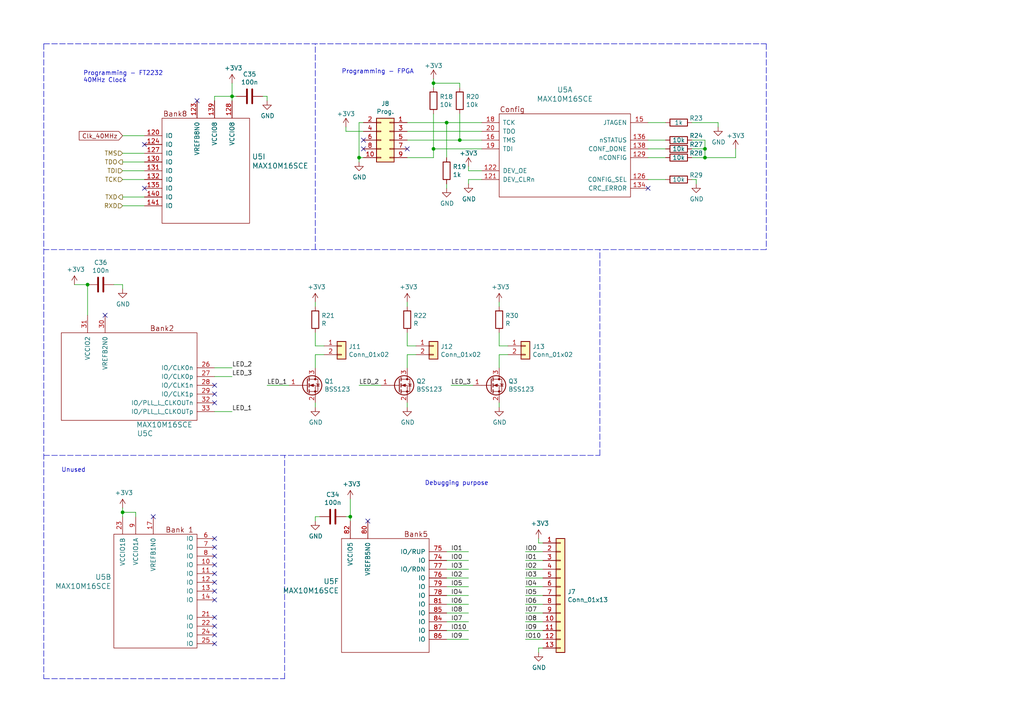
<source format=kicad_sch>
(kicad_sch (version 20250114) (generator "eeschema") (generator_version "9.0")
  (paper "A4")
  (title_block (date "2025-02-17") (company "(c) 2025 ETH Zurich, Y. Acremann") (comment 1 "License: GNU public license v. 3.0"))
  (lib_symbols
    (symbol "Connector_Generic:Conn_01x02" (pin_names (offset 1.016) (hide yes))
      (property "Reference" "J" (at 0 2.54 0))
      (property "Value" "Connector_Generic_Conn_01x02" (at 0 -5.08 0))
      (symbol "Conn_01x02_1_1"
        (rectangle (start -1.27 1.27) (end 1.27 -3.81) (stroke (width 0.254)) (fill (type background)))
        (rectangle (start -1.27 0.127) (end 0 -0.127) (stroke (width 0.1524)))
        (rectangle (start -1.27 -2.413) (end 0 -2.667) (stroke (width 0.1524)))
        (pin passive line (at -5.08 0 0) (length 3.81) (name "Pin_1") (number "1"))
        (pin passive line (at -5.08 -2.54 0) (length 3.81) (name "Pin_2") (number "2"))
      )
    )
    (symbol "Connector_Generic:Conn_01x13" (pin_names (offset 1.016) (hide yes))
      (property "Reference" "J" (at 0 17.78 0))
      (property "Value" "Connector_Generic_Conn_01x13" (at 0 -17.78 0))
      (symbol "Conn_01x13_1_1"
        (rectangle (start -1.27 16.51) (end 1.27 -16.51) (stroke (width 0.254)) (fill (type background)))
        (rectangle (start -1.27 15.367) (end 0 15.113) (stroke (width 0.1524)))
        (rectangle (start -1.27 12.827) (end 0 12.573) (stroke (width 0.1524)))
        (rectangle (start -1.27 10.287) (end 0 10.033) (stroke (width 0.1524)))
        (rectangle (start -1.27 7.747) (end 0 7.493) (stroke (width 0.1524)))
        (rectangle (start -1.27 5.207) (end 0 4.953) (stroke (width 0.1524)))
        (rectangle (start -1.27 2.667) (end 0 2.413) (stroke (width 0.1524)))
        (rectangle (start -1.27 0.127) (end 0 -0.127) (stroke (width 0.1524)))
        (rectangle (start -1.27 -2.413) (end 0 -2.667) (stroke (width 0.1524)))
        (rectangle (start -1.27 -4.953) (end 0 -5.207) (stroke (width 0.1524)))
        (rectangle (start -1.27 -7.493) (end 0 -7.747) (stroke (width 0.1524)))
        (rectangle (start -1.27 -10.033) (end 0 -10.287) (stroke (width 0.1524)))
        (rectangle (start -1.27 -12.573) (end 0 -12.827) (stroke (width 0.1524)))
        (rectangle (start -1.27 -15.113) (end 0 -15.367) (stroke (width 0.1524)))
        (pin passive line (at -5.08 15.24 0) (length 3.81) (name "Pin_1") (number "1"))
        (pin passive line (at -5.08 12.7 0) (length 3.81) (name "Pin_2") (number "2"))
        (pin passive line (at -5.08 10.16 0) (length 3.81) (name "Pin_3") (number "3"))
        (pin passive line (at -5.08 7.62 0) (length 3.81) (name "Pin_4") (number "4"))
        (pin passive line (at -5.08 5.08 0) (length 3.81) (name "Pin_5") (number "5"))
        (pin passive line (at -5.08 2.54 0) (length 3.81) (name "Pin_6") (number "6"))
        (pin passive line (at -5.08 0 0) (length 3.81) (name "Pin_7") (number "7"))
        (pin passive line (at -5.08 -2.54 0) (length 3.81) (name "Pin_8") (number "8"))
        (pin passive line (at -5.08 -5.08 0) (length 3.81) (name "Pin_9") (number "9"))
        (pin passive line (at -5.08 -7.62 0) (length 3.81) (name "Pin_10") (number "10"))
        (pin passive line (at -5.08 -10.16 0) (length 3.81) (name "Pin_11") (number "11"))
        (pin passive line (at -5.08 -12.7 0) (length 3.81) (name "Pin_12") (number "12"))
        (pin passive line (at -5.08 -15.24 0) (length 3.81) (name "Pin_13") (number "13"))
      )
    )
    (symbol "Connector_Generic:Conn_02x05_Odd_Even" (pin_names (offset 1.016) (hide yes))
      (property "Reference" "J" (at 1.27 7.62 0))
      (property "Value" "Connector_Generic_Conn_02x05_Odd_Even" (at 1.27 -7.62 0))
      (symbol "Conn_02x05_Odd_Even_1_1"
        (rectangle (start -1.27 6.35) (end 3.81 -6.35) (stroke (width 0.254)) (fill (type background)))
        (rectangle (start -1.27 5.207) (end 0 4.953) (stroke (width 0.1524)))
        (rectangle (start -1.27 2.667) (end 0 2.413) (stroke (width 0.1524)))
        (rectangle (start -1.27 0.127) (end 0 -0.127) (stroke (width 0.1524)))
        (rectangle (start -1.27 -2.413) (end 0 -2.667) (stroke (width 0.1524)))
        (rectangle (start -1.27 -4.953) (end 0 -5.207) (stroke (width 0.1524)))
        (rectangle (start 3.81 5.207) (end 2.54 4.953) (stroke (width 0.1524)))
        (rectangle (start 3.81 2.667) (end 2.54 2.413) (stroke (width 0.1524)))
        (rectangle (start 3.81 0.127) (end 2.54 -0.127) (stroke (width 0.1524)))
        (rectangle (start 3.81 -2.413) (end 2.54 -2.667) (stroke (width 0.1524)))
        (rectangle (start 3.81 -4.953) (end 2.54 -5.207) (stroke (width 0.1524)))
        (pin passive line (at -5.08 5.08 0) (length 3.81) (name "Pin_1") (number "1"))
        (pin passive line (at -5.08 2.54 0) (length 3.81) (name "Pin_3") (number "3"))
        (pin passive line (at -5.08 0 0) (length 3.81) (name "Pin_5") (number "5"))
        (pin passive line (at -5.08 -2.54 0) (length 3.81) (name "Pin_7") (number "7"))
        (pin passive line (at -5.08 -5.08 0) (length 3.81) (name "Pin_9") (number "9"))
        (pin passive line (at 7.62 5.08 180) (length 3.81) (name "Pin_2") (number "2"))
        (pin passive line (at 7.62 2.54 180) (length 3.81) (name "Pin_4") (number "4"))
        (pin passive line (at 7.62 0 180) (length 3.81) (name "Pin_6") (number "6"))
        (pin passive line (at 7.62 -2.54 180) (length 3.81) (name "Pin_8") (number "8"))
        (pin passive line (at 7.62 -5.08 180) (length 3.81) (name "Pin_10") (number "10"))
      )
    )
    (symbol "Device:C" (pin_numbers (hide yes)) (pin_names (offset 0.254))
      (property "Reference" "C" (at 0.635 2.54 0))
      (property "Value" "Device_C" (at 0.635 -2.54 0))
      (symbol "C_0_1"
        (polyline (pts (xy -2.032 0.762) (xy 2.032 0.762)) (stroke (width 0.508)))
        (polyline (pts (xy -2.032 -0.762) (xy 2.032 -0.762)) (stroke (width 0.508)))
      )
      (symbol "C_1_1"
        (pin passive line (at 0 3.81 270) (length 2.794) (name "~") (number "1"))
        (pin passive line (at 0 -3.81 90) (length 2.794) (name "~") (number "2"))
      )
    )
    (symbol "Device:R" (pin_numbers (hide yes)) (pin_names (offset 0))
      (property "Reference" "R" (at 2.032 0 90))
      (property "Value" "Device_R" (at 0 0 90))
      (symbol "R_0_1"
        (rectangle (start -1.016 -2.54) (end 1.016 2.54) (stroke (width 0.254)))
      )
      (symbol "R_1_1"
        (pin passive line (at 0 3.81 270) (length 1.27) (name "~") (number "1"))
        (pin passive line (at 0 -3.81 90) (length 1.27) (name "~") (number "2"))
      )
    )
    (symbol "Intel_Max10:MAX10M16SCE" (pin_names (offset 1.016))
      (property "Reference" "U" (at 0 0 0))
      (property "Value" "MAX10M16SCE" (at -1.27 2.54 0))
      (symbol "MAX10M16SCE_1_0"
        (rectangle (start -16.51 8.89) (end 21.59 -15.24))
        (text "Config" (at -12.7 10.16 0) (effects (font (size 1.4986 1.4986))))
      )
      (symbol "MAX10M16SCE_1_1"
        (pin input line (at -21.59 6.35 0) (length 5.08) (name "TCK") (number "18"))
        (pin output line (at -21.59 3.81 0) (length 5.08) (name "TDO") (number "20"))
        (pin input line (at -21.59 1.27 0) (length 5.08) (name "TMS") (number "16"))
        (pin input line (at -21.59 -1.27 0) (length 5.08) (name "TDI") (number "19"))
        (pin input line (at -21.59 -7.62 0) (length 5.08) (name "DEV_OE") (number "122"))
        (pin input line (at -21.59 -10.16 0) (length 5.08) (name "DEV_CLRn") (number "121"))
        (pin bidirectional line (at 26.67 6.35 180) (length 5.08) (name "JTAGEN") (number "15"))
        (pin tri_state line (at 26.67 1.27 180) (length 5.08) (name "nSTATUS") (number "136"))
        (pin tri_state line (at 26.67 -1.27 180) (length 5.08) (name "CONF_DONE") (number "138"))
        (pin tri_state line (at 26.67 -3.81 180) (length 5.08) (name "nCONFIG") (number "129"))
        (pin input line (at 26.67 -10.16 180) (length 5.08) (name "CONFIG_SEL") (number "126"))
        (pin bidirectional line (at 26.67 -12.7 180) (length 5.08) (name "CRC_ERROR") (number "134"))
      )
      (symbol "MAX10M16SCE_2_0"
        (text "Bank 1" (at 6.35 21.59 0) (effects (font (size 1.4986 1.4986))))
      )
      (symbol "MAX10M16SCE_2_1"
        (rectangle (start -12.7 20.32) (end 11.43 -12.7))
        (pin power_in line (at -10.16 25.4 270) (length 5.08) (name "VCCIO1B") (number "23"))
        (pin power_in line (at -6.35 25.4 270) (length 5.08) (name "VCCIO1A") (number "9"))
        (pin passive line (at -1.27 25.4 270) (length 5.08) (name "VREFB1N0") (number "17"))
        (pin bidirectional line (at 16.51 19.05 180) (length 5.08) (name "IO") (number "6"))
        (pin bidirectional line (at 16.51 16.51 180) (length 5.08) (name "IO") (number "7"))
        (pin bidirectional line (at 16.51 13.97 180) (length 5.08) (name "IO") (number "8"))
        (pin bidirectional line (at 16.51 11.43 180) (length 5.08) (name "IO") (number "10"))
        (pin bidirectional line (at 16.51 8.89 180) (length 5.08) (name "IO") (number "11"))
        (pin bidirectional line (at 16.51 6.35 180) (length 5.08) (name "IO") (number "12"))
        (pin bidirectional line (at 16.51 3.81 180) (length 5.08) (name "IO") (number "13"))
        (pin bidirectional line (at 16.51 1.27 180) (length 5.08) (name "IO") (number "14"))
        (pin bidirectional line (at 16.51 -3.81 180) (length 5.08) (name "IO") (number "21"))
        (pin bidirectional line (at 16.51 -6.35 180) (length 5.08) (name "IO") (number "22"))
        (pin bidirectional line (at 16.51 -8.89 180) (length 5.08) (name "IO") (number "24"))
        (pin bidirectional line (at 16.51 -11.43 180) (length 5.08) (name "IO") (number "25"))
      )
      (symbol "MAX10M16SCE_3_0"
        (rectangle (start -11.43 16.51) (end 27.94 -8.89))
        (text "Bank2" (at 17.78 17.78 0) (effects (font (size 1.4986 1.4986))))
      )
      (symbol "MAX10M16SCE_3_1"
        (pin power_in line (at -3.81 21.59 270) (length 5.08) (name "VCCIO2") (number "31"))
        (pin passive line (at 1.27 21.59 270) (length 5.08) (name "VREFB2N0") (number "30"))
        (pin bidirectional line (at 33.02 6.35 180) (length 5.08) (name "IO/CLK0n") (number "26"))
        (pin bidirectional line (at 33.02 3.81 180) (length 5.08) (name "IO/CLK0p") (number "27"))
        (pin bidirectional line (at 33.02 1.27 180) (length 5.08) (name "IO/CLK1n") (number "28"))
        (pin bidirectional line (at 33.02 -1.27 180) (length 5.08) (name "IO/CLK1p") (number "29"))
        (pin bidirectional line (at 33.02 -3.81 180) (length 5.08) (name "IO/PLL_L_CLKOUTn") (number "32"))
        (pin bidirectional line (at 33.02 -6.35 180) (length 5.08) (name "IO/PLL_L_CLKOUTp") (number "33"))
      )
      (symbol "MAX10M16SCE_4_0"
        (rectangle (start -12.7 17.78) (end 12.7 -27.94))
        (text "Bank3" (at 7.62 19.05 0) (effects (font (size 1.4986 1.4986))))
      )
      (symbol "MAX10M16SCE_4_1"
        (pin power_in line (at -7.62 22.86 270) (length 5.08) (name "VCCIO3") (number "49"))
        (pin power_in line (at -5.08 22.86 270) (length 5.08) (name "VCCIO3") (number "40"))
        (pin passive line (at 2.54 22.86 270) (length 5.08) (name "VREFN3N0") (number "48"))
        (pin bidirectional line (at 17.78 15.24 180) (length 5.08) (name "IO") (number "38"))
        (pin bidirectional line (at 17.78 12.7 180) (length 5.08) (name "IO") (number "39"))
        (pin bidirectional line (at 17.78 10.16 180) (length 5.08) (name "IO") (number "41"))
        (pin bidirectional line (at 17.78 7.62 180) (length 5.08) (name "IO") (number "43"))
        (pin bidirectional line (at 17.78 5.08 180) (length 5.08) (name "IO") (number "44"))
        (pin bidirectional line (at 17.78 2.54 180) (length 5.08) (name "IO") (number "45"))
        (pin bidirectional line (at 17.78 0 180) (length 5.08) (name "IO") (number "46"))
        (pin bidirectional line (at 17.78 -2.54 180) (length 5.08) (name "IO") (number "47"))
        (pin bidirectional line (at 17.78 -5.08 180) (length 5.08) (name "IO") (number "50"))
        (pin bidirectional line (at 17.78 -7.62 180) (length 5.08) (name "IO") (number "52"))
        (pin bidirectional line (at 17.78 -10.16 180) (length 5.08) (name "IO") (number "54"))
        (pin bidirectional line (at 17.78 -12.7 180) (length 5.08) (name "IO/CLK6n") (number "55"))
        (pin bidirectional line (at 17.78 -15.24 180) (length 5.08) (name "IO/CLK6p") (number "56"))
        (pin bidirectional line (at 17.78 -17.78 180) (length 5.08) (name "IO/CLK7n") (number "57"))
        (pin bidirectional line (at 17.78 -20.32 180) (length 5.08) (name "IO/CLK7p") (number "58"))
        (pin bidirectional line (at 17.78 -22.86 180) (length 5.08) (name "IO") (number "59"))
        (pin bidirectional line (at 17.78 -25.4 180) (length 5.08) (name "IO") (number "60"))
      )
      (symbol "MAX10M16SCE_5_0"
        (rectangle (start -10.16 16.51) (end 13.97 -2.54))
        (text "Bank4" (at 8.89 17.78 0) (effects (font (size 1.4986 1.4986))))
      )
      (symbol "MAX10M16SCE_5_1"
        (pin power_in line (at -2.54 21.59 270) (length 5.08) (name "VCCIO4") (number "67"))
        (pin passive line (at 3.81 21.59 270) (length 5.08) (name "VREFB4N0") (number "61"))
        (pin bidirectional line (at 19.05 13.97 180) (length 5.08) (name "IO") (number "62"))
        (pin bidirectional line (at 19.05 11.43 180) (length 5.08) (name "IO") (number "64"))
        (pin bidirectional line (at 19.05 8.89 180) (length 5.08) (name "IO") (number "65"))
        (pin bidirectional line (at 19.05 6.35 180) (length 5.08) (name "IO") (number "66"))
        (pin bidirectional line (at 19.05 3.81 180) (length 5.08) (name "IO") (number "69"))
        (pin bidirectional line (at 19.05 1.27 180) (length 5.08) (name "IO") (number "70"))
      )
      (symbol "MAX10M16SCE_6_0"
        (rectangle (start -13.97 19.05) (end 11.43 -13.97))
        (text "Bank5" (at 7.62 20.32 0) (effects (font (size 1.4986 1.4986))))
      )
      (symbol "MAX10M16SCE_6_1"
        (pin power_in line (at -11.43 24.13 270) (length 5.08) (name "VCCIO5") (number "82"))
        (pin passive line (at -6.35 24.13 270) (length 5.08) (name "VREFB5N0") (number "80"))
        (pin bidirectional line (at 16.51 15.24 180) (length 5.08) (name "IO/RUP") (number "75"))
        (pin bidirectional line (at 16.51 12.7 180) (length 5.08) (name "IO") (number "74"))
        (pin bidirectional line (at 16.51 10.16 180) (length 5.08) (name "IO/RDN") (number "77"))
        (pin bidirectional line (at 16.51 7.62 180) (length 5.08) (name "IO") (number "76"))
        (pin bidirectional line (at 16.51 5.08 180) (length 5.08) (name "IO") (number "79"))
        (pin bidirectional line (at 16.51 2.54 180) (length 5.08) (name "IO") (number "78"))
        (pin bidirectional line (at 16.51 0 180) (length 5.08) (name "IO") (number "81"))
        (pin bidirectional line (at 16.51 -2.54 180) (length 5.08) (name "IO") (number "85"))
        (pin bidirectional line (at 16.51 -5.08 180) (length 5.08) (name "IO") (number "84"))
        (pin bidirectional line (at 16.51 -7.62 180) (length 5.08) (name "IO") (number "87"))
        (pin bidirectional line (at 16.51 -10.16 180) (length 5.08) (name "IO") (number "86"))
      )
      (symbol "MAX10M16SCE_7_0"
        (rectangle (start -11.43 22.86) (end 20.32 -15.24))
        (text "Bank6" (at 16.51 24.13 0) (effects (font (size 1.4986 1.4986))))
      )
      (symbol "MAX10M16SCE_7_1"
        (pin power_in line (at -5.08 27.94 270) (length 5.08) (name "VCCIO6") (number "94"))
        (pin power_in line (at -2.54 27.94 270) (length 5.08) (name "VCCIO6") (number "103"))
        (pin passive line (at 6.35 27.94 270) (length 5.08) (name "VREFB6N0") (number "97"))
        (pin bidirectional line (at 25.4 20.32 180) (length 5.08) (name "IO/CLK2p") (number "88"))
        (pin bidirectional line (at 25.4 17.78 180) (length 5.08) (name "IO/CLK2n") (number "89"))
        (pin bidirectional line (at 25.4 15.24 180) (length 5.08) (name "IO/CLK3p") (number "90"))
        (pin bidirectional line (at 25.4 12.7 180) (length 5.08) (name "IO/CLK3n") (number "91"))
        (pin bidirectional line (at 25.4 10.16 180) (length 5.08) (name "IO") (number "92"))
        (pin bidirectional line (at 25.4 7.62 180) (length 5.08) (name "IO") (number "93"))
        (pin bidirectional line (at 25.4 5.08 180) (length 5.08) (name "IO/DPCLK3") (number "96"))
        (pin bidirectional line (at 25.4 2.54 180) (length 5.08) (name "IO/DPCLK2") (number "98"))
        (pin bidirectional line (at 25.4 0 180) (length 5.08) (name "IO") (number "99"))
        (pin bidirectional line (at 25.4 -2.54 180) (length 5.08) (name "IO") (number "100"))
        (pin bidirectional line (at 25.4 -5.08 180) (length 5.08) (name "IO") (number "101"))
        (pin bidirectional line (at 25.4 -7.62 180) (length 5.08) (name "IO") (number "102"))
        (pin bidirectional line (at 25.4 -10.16 180) (length 5.08) (name "IO") (number "105"))
        (pin bidirectional line (at 25.4 -12.7 180) (length 5.08) (name "IO") (number "106"))
      )
      (symbol "MAX10M16SCE_8_0"
        (rectangle (start -11.43 16.51) (end 12.7 -8.89))
        (text "Bank7" (at 8.89 17.78 0) (effects (font (size 1.4986 1.4986))))
      )
      (symbol "MAX10M16SCE_8_1"
        (pin power_in line (at -2.54 21.59 270) (length 5.08) (name "VCCIO7") (number "117"))
        (pin passive line (at 3.81 21.59 270) (length 5.08) (name "VREFB7N0") (number "112"))
        (pin bidirectional line (at 17.78 6.35 180) (length 5.08) (name "IO") (number "110"))
        (pin bidirectional line (at 17.78 3.81 180) (length 5.08) (name "IO") (number "111"))
        (pin bidirectional line (at 17.78 1.27 180) (length 5.08) (name "IO") (number "113"))
        (pin bidirectional line (at 17.78 -1.27 180) (length 5.08) (name "IO") (number "114"))
        (pin bidirectional line (at 17.78 -3.81 180) (length 5.08) (name "IO") (number "118"))
        (pin bidirectional line (at 17.78 -6.35 180) (length 5.08) (name "IO") (number "119"))
      )
      (symbol "MAX10M16SCE_9_0"
        (rectangle (start -11.43 15.24) (end 13.97 -15.24))
        (text "Bank8" (at 10.16 16.51 0) (effects (font (size 1.4986 1.4986))))
      )
      (symbol "MAX10M16SCE_9_1"
        (pin power_in line (at -6.35 20.32 270) (length 5.08) (name "VCCIO8") (number "128"))
        (pin power_in line (at -1.27 20.32 270) (length 5.08) (name "VCCIO8") (number "139"))
        (pin passive line (at 3.81 20.32 270) (length 5.08) (name "VREFB8N0") (number "123"))
        (pin bidirectional line (at 19.05 10.16 180) (length 5.08) (name "IO") (number "120"))
        (pin bidirectional line (at 19.05 7.62 180) (length 5.08) (name "IO") (number "124"))
        (pin bidirectional line (at 19.05 5.08 180) (length 5.08) (name "IO") (number "127"))
        (pin bidirectional line (at 19.05 2.54 180) (length 5.08) (name "IO") (number "130"))
        (pin bidirectional line (at 19.05 0 180) (length 5.08) (name "IO") (number "131"))
        (pin bidirectional line (at 19.05 -2.54 180) (length 5.08) (name "IO") (number "132"))
        (pin bidirectional line (at 19.05 -5.08 180) (length 5.08) (name "IO") (number "135"))
        (pin bidirectional line (at 19.05 -7.62 180) (length 5.08) (name "IO") (number "140"))
        (pin bidirectional line (at 19.05 -10.16 180) (length 5.08) (name "IO") (number "141"))
      )
      (symbol "MAX10M16SCE_10_1"
        (rectangle (start -12.7 16.51) (end 50.8 -8.89))
        (pin power_in line (at -10.16 21.59 270) (length 5.08) (name "VCC_ONE") (number "73"))
        (pin power_in line (at -10.16 -13.97 90) (length 5.08) (name "GND") (number "3"))
        (pin power_in line (at -7.62 21.59 270) (length 5.08) (name "VCC_ONE") (number "72"))
        (pin power_in line (at -7.62 -13.97 90) (length 5.08) (name "GND") (number "4"))
        (pin power_in line (at -5.08 -13.97 90) (length 5.08) (name "GND") (number "95"))
        (pin power_in line (at -2.54 21.59 270) (length 5.08) (name "VCC_ONE") (number "51"))
        (pin power_in line (at -2.54 -13.97 90) (length 5.08) (name "GND") (number "83"))
        (pin power_in line (at 0 -13.97 90) (length 5.08) (name "GND") (number "68"))
        (pin power_in line (at 2.54 21.59 270) (length 5.08) (name "VCC_ONE") (number "37"))
        (pin power_in line (at 2.54 -13.97 90) (length 5.08) (name "GND") (number "63"))
        (pin power_in line (at 5.08 21.59 270) (length 5.08) (name "VCC_ONE") (number "36"))
        (pin power_in line (at 5.08 -13.97 90) (length 5.08) (name "GND") (number "53"))
        (pin power_in line (at 7.62 -13.97 90) (length 5.08) (name "GND") (number "42"))
        (pin power_in line (at 10.16 21.59 270) (length 5.08) (name "VCC_ONE") (number "144"))
        (pin power_in line (at 10.16 -13.97 90) (length 5.08) (name "GND") (number "142"))
        (pin power_in line (at 12.7 21.59 270) (length 5.08) (name "VCC_ONE") (number "115"))
        (pin power_in line (at 12.7 -13.97 90) (length 5.08) (name "GND") (number "137"))
        (pin power_in line (at 15.24 -13.97 90) (length 5.08) (name "GND") (number "133"))
        (pin power_in line (at 17.78 21.59 270) (length 5.08) (name "VCC_ONE") (number "109"))
        (pin power_in line (at 17.78 -13.97 90) (length 5.08) (name "GND") (number "125"))
        (pin power_in line (at 20.32 21.59 270) (length 5.08) (name "VCC_ONE") (number "108"))
        (pin power_in line (at 20.32 -13.97 90) (length 5.08) (name "GND") (number "116"))
        (pin power_in line (at 22.86 -13.97 90) (length 5.08) (name "GND") (number "104"))
        (pin power_in line (at 25.4 21.59 270) (length 5.08) (name "VCC_ONE") (number "1"))
        (pin power_in line (at 25.4 -13.97 90) (length 5.08) (name "PAD") (number "145"))
        (pin power_in line (at 30.48 21.59 270) (length 5.08) (name "VCCA1") (number "35"))
        (pin power_in line (at 33.02 21.59 270) (length 5.08) (name "VCCA2") (number "34"))
        (pin power_in line (at 36.83 21.59 270) (length 5.08) (name "VCCA3") (number "5"))
        (pin power_in line (at 39.37 21.59 270) (length 5.08) (name "VCCA3") (number "107"))
        (pin power_in line (at 43.18 21.59 270) (length 5.08) (name "VCCA4") (number "143"))
        (pin power_in line (at 45.72 21.59 270) (length 5.08) (name "VCCA5") (number "71"))
        (pin power_in line (at 48.26 21.59 270) (length 5.08) (name "VCCA6") (number "2"))
      )
    )
    (symbol "Transistor_FET:BSS123" (pin_names (hide yes))
      (property "Reference" "Q" (at 5.08 1.905 0))
      (property "Value" "Transistor_FET_BSS123" (at 5.08 0 0))
      (symbol "BSS123_0_1"
        (polyline (pts (xy 0.254 1.905) (xy 0.254 -1.905)) (stroke (width 0.254)))
        (polyline (pts (xy 0.254 0) (xy -2.54 0)))
        (polyline (pts (xy 0.762 2.286) (xy 0.762 1.27)) (stroke (width 0.254)))
        (polyline (pts (xy 0.762 0.508) (xy 0.762 -0.508)) (stroke (width 0.254)))
        (polyline (pts (xy 0.762 -1.27) (xy 0.762 -2.286)) (stroke (width 0.254)))
        (polyline (pts (xy 0.762 -1.778) (xy 3.302 -1.778) (xy 3.302 1.778) (xy 0.762 1.778)))
        (polyline (pts (xy 1.016 0) (xy 2.032 0.381) (xy 2.032 -0.381) (xy 1.016 0)) (fill (type outline)))
        (circle (center 1.651 0) (radius 2.794) (stroke (width 0.254)))
        (polyline (pts (xy 2.54 2.54) (xy 2.54 1.778)))
        (circle (center 2.54 1.778) (radius 0.254) (fill (type outline)))
        (circle (center 2.54 -1.778) (radius 0.254) (fill (type outline)))
        (polyline (pts (xy 2.54 -2.54) (xy 2.54 0) (xy 0.762 0)))
        (polyline (pts (xy 2.794 0.508) (xy 2.921 0.381) (xy 3.683 0.381) (xy 3.81 0.254)))
        (polyline (pts (xy 3.302 0.381) (xy 2.921 -0.254) (xy 3.683 -0.254) (xy 3.302 0.381)))
      )
      (symbol "BSS123_1_1"
        (pin input line (at -5.08 0 0) (length 2.54) (name "G") (number "1"))
        (pin passive line (at 2.54 5.08 270) (length 2.54) (name "D") (number "3"))
        (pin passive line (at 2.54 -5.08 90) (length 2.54) (name "S") (number "2"))
      )
    )
    (symbol "power:+3.3V" (power) (pin_names (offset 0))
      (property "Value" "power_+3.3V" (at 0 3.556 0))
      (symbol "+3.3V_0_1"
        (polyline (pts (xy -0.762 1.27) (xy 0 2.54)))
        (polyline (pts (xy 0 2.54) (xy 0.762 1.27)))
        (polyline (pts (xy 0 0) (xy 0 2.54)))
      )
      (symbol "+3.3V_1_1"
        (pin power_in line (at 0 0 90) (length 0) (hide yes) (name "+3V3") (number "1"))
      )
    )
    (symbol "power:GND" (power) (pin_names (offset 0))
      (property "Value" "power_GND" (at 0 -3.81 0))
      (symbol "GND_0_1"
        (polyline (pts (xy 0 0) (xy 0 -1.27) (xy 1.27 -1.27) (xy 0 -2.54) (xy -1.27 -1.27) (xy 0 -1.27)))
      )
      (symbol "GND_1_1"
        (pin power_in line (at 0 0 270) (length 0) (hide yes) (name "GND") (number "1"))
      )
    )
  )
  (text "Programming - FPGA\n" (at 99.06 21.59 0) (effects (font (size 1.27 1.27)) (justify left bottom)))
  (text "Unused\n" (at 17.78 137.16 0) (effects (font (size 1.27 1.27)) (justify left bottom)))
  (text "Debugging purpose" (at 123.19 140.97 0) (effects (font (size 1.27 1.27)) (justify left bottom)))
  (text "Programming - FT2232\n40MHz Clock\n" (at 24.13 24.13 0) (effects (font (size 1.27 1.27)) (justify left bottom)))
  (junction (at 204.47 43.18))
  (junction (at 67.31 27.94))
  (junction (at 129.54 35.56))
  (junction (at 125.73 43.18))
  (junction (at 204.47 45.72))
  (junction (at 35.56 148.59))
  (junction (at 133.35 40.64))
  (junction (at 104.14 45.72))
  (junction (at 101.6 149.86))
  (junction (at 25.4 82.55))
  (junction (at 125.73 24.13))
  (no_connect (at 62.23 173.99))
  (no_connect (at 30.48 91.44))
  (no_connect (at 62.23 161.29))
  (no_connect (at 41.91 41.91))
  (no_connect (at 105.41 40.64))
  (no_connect (at 118.11 43.18))
  (no_connect (at 105.41 43.18))
  (no_connect (at 106.68 151.13))
  (no_connect (at 41.91 54.61))
  (no_connect (at 62.23 111.76))
  (no_connect (at 57.15 29.21))
  (no_connect (at 62.23 179.07))
  (no_connect (at 62.23 114.3))
  (no_connect (at 62.23 171.45))
  (no_connect (at 62.23 116.84))
  (no_connect (at 62.23 156.21))
  (no_connect (at 62.23 158.75))
  (no_connect (at 62.23 186.69))
  (no_connect (at 62.23 166.37))
  (no_connect (at 62.23 163.83))
  (no_connect (at 62.23 184.15))
  (no_connect (at 62.23 181.61))
  (no_connect (at 62.23 168.91))
  (no_connect (at 44.45 149.86))
  (no_connect (at 187.96 54.61))
  (wire (pts (xy 187.96 43.18) (xy 193.04 43.18)))
  (wire (pts (xy 77.47 111.76) (xy 83.82 111.76)))
  (wire (pts (xy 157.48 187.96) (xy 156.21 187.96)))
  (wire (pts (xy 135.89 185.42) (xy 129.54 185.42)))
  (wire (pts (xy 157.48 177.8) (xy 152.4 177.8)))
  (wire (pts (xy 157.48 172.72) (xy 152.4 172.72)))
  (wire (pts (xy 133.35 40.64) (xy 139.7 40.64)))
  (wire (pts (xy 35.56 147.32) (xy 35.56 148.59)))
  (wire (pts (xy 129.54 182.88) (xy 135.89 182.88)))
  (wire (pts (xy 135.89 162.56) (xy 129.54 162.56)))
  (wire (pts (xy 91.44 96.52) (xy 91.44 100.33)))
  (wire (pts (xy 118.11 96.52) (xy 118.11 100.33)))
  (wire (pts (xy 35.56 82.55) (xy 35.56 83.82)))
  (wire (pts (xy 104.14 35.56) (xy 104.14 45.72)))
  (wire (pts (xy 118.11 35.56) (xy 129.54 35.56)))
  (wire (pts (xy 125.73 24.13) (xy 133.35 24.13)))
  (wire (pts (xy 62.23 109.22) (xy 67.31 109.22)))
  (wire (pts (xy 200.66 43.18) (xy 204.47 43.18)))
  (wire (pts (xy 144.78 100.33) (xy 147.32 100.33)))
  (wire (pts (xy 105.41 45.72) (xy 104.14 45.72)))
  (wire (pts (xy 156.21 157.48) (xy 157.48 157.48)))
  (wire (pts (xy 105.41 35.56) (xy 104.14 35.56)))
  (wire (pts (xy 135.89 172.72) (xy 129.54 172.72)))
  (wire (pts (xy 104.14 45.72) (xy 104.14 46.99)))
  (wire (pts (xy 120.65 100.33) (xy 118.11 100.33)))
  (wire (pts (xy 125.73 25.4) (xy 125.73 24.13)))
  (wire (pts (xy 152.4 175.26) (xy 157.48 175.26)))
  (wire (pts (xy 129.54 160.02) (xy 135.89 160.02)))
  (wire (pts (xy 92.71 149.86) (xy 91.44 149.86)))
  (polyline (pts (xy 12.7 12.7) (xy 222.25 12.7)) (stroke (width 0) (type dash)))
  (wire (pts (xy 200.66 52.07) (xy 201.93 52.07)))
  (wire (pts (xy 25.4 82.55) (xy 25.4 91.44)))
  (wire (pts (xy 200.66 40.64) (xy 204.47 40.64)))
  (wire (pts (xy 129.54 170.18) (xy 135.89 170.18)))
  (wire (pts (xy 129.54 35.56) (xy 129.54 45.72)))
  (wire (pts (xy 144.78 87.63) (xy 144.78 88.9)))
  (wire (pts (xy 157.48 182.88) (xy 152.4 182.88)))
  (wire (pts (xy 118.11 118.11) (xy 118.11 116.84)))
  (wire (pts (xy 67.31 27.94) (xy 67.31 29.21)))
  (wire (pts (xy 77.47 27.94) (xy 76.2 27.94)))
  (wire (pts (xy 201.93 52.07) (xy 201.93 53.34)))
  (polyline (pts (xy 12.7 196.85) (xy 82.55 196.85)) (stroke (width 0) (type dash)))
  (wire (pts (xy 101.6 149.86) (xy 100.33 149.86)))
  (wire (pts (xy 156.21 157.48) (xy 156.21 156.21)))
  (wire (pts (xy 135.89 177.8) (xy 129.54 177.8)))
  (polyline (pts (xy 82.55 196.85) (xy 82.55 132.08)) (stroke (width 0) (type dash)))
  (wire (pts (xy 41.91 49.53) (xy 35.56 49.53)))
  (wire (pts (xy 135.89 52.07) (xy 135.89 53.34)))
  (wire (pts (xy 35.56 39.37) (xy 41.91 39.37)))
  (wire (pts (xy 118.11 38.1) (xy 139.7 38.1)))
  (wire (pts (xy 152.4 165.1) (xy 157.48 165.1)))
  (polyline (pts (xy 173.99 132.08) (xy 173.99 72.39)) (stroke (width 0) (type dash)))
  (wire (pts (xy 187.96 35.56) (xy 193.04 35.56)))
  (wire (pts (xy 208.28 35.56) (xy 200.66 35.56)))
  (wire (pts (xy 144.78 102.87) (xy 144.78 106.68)))
  (wire (pts (xy 139.7 35.56) (xy 129.54 35.56)))
  (polyline (pts (xy 222.25 72.39) (xy 12.7 72.39)) (stroke (width 0) (type dash)))
  (wire (pts (xy 118.11 102.87) (xy 118.11 106.68)))
  (wire (pts (xy 41.91 52.07) (xy 35.56 52.07)))
  (wire (pts (xy 101.6 149.86) (xy 101.6 151.13)))
  (wire (pts (xy 35.56 148.59) (xy 35.56 149.86)))
  (wire (pts (xy 157.48 162.56) (xy 152.4 162.56)))
  (wire (pts (xy 41.91 44.45) (xy 35.56 44.45)))
  (wire (pts (xy 118.11 102.87) (xy 120.65 102.87)))
  (wire (pts (xy 135.89 48.26) (xy 135.89 49.53)))
  (wire (pts (xy 204.47 45.72) (xy 213.36 45.72)))
  (wire (pts (xy 139.7 52.07) (xy 135.89 52.07)))
  (wire (pts (xy 193.04 40.64) (xy 187.96 40.64)))
  (wire (pts (xy 152.4 180.34) (xy 157.48 180.34)))
  (wire (pts (xy 77.47 29.21) (xy 77.47 27.94)))
  (wire (pts (xy 187.96 52.07) (xy 193.04 52.07)))
  (wire (pts (xy 152.4 160.02) (xy 157.48 160.02)))
  (wire (pts (xy 133.35 24.13) (xy 133.35 25.4)))
  (wire (pts (xy 125.73 22.86) (xy 125.73 24.13)))
  (wire (pts (xy 129.54 180.34) (xy 135.89 180.34)))
  (wire (pts (xy 144.78 96.52) (xy 144.78 100.33)))
  (wire (pts (xy 105.41 38.1) (xy 100.33 38.1)))
  (wire (pts (xy 104.14 111.76) (xy 110.49 111.76)))
  (wire (pts (xy 93.98 102.87) (xy 91.44 102.87)))
  (wire (pts (xy 35.56 46.99) (xy 41.91 46.99)))
  (wire (pts (xy 91.44 102.87) (xy 91.44 106.68)))
  (wire (pts (xy 91.44 118.11) (xy 91.44 116.84)))
  (polyline (pts (xy 12.7 12.7) (xy 12.7 196.85)) (stroke (width 0) (type dash)))
  (wire (pts (xy 67.31 24.13) (xy 67.31 27.94)))
  (wire (pts (xy 193.04 45.72) (xy 187.96 45.72)))
  (wire (pts (xy 67.31 27.94) (xy 68.58 27.94)))
  (wire (pts (xy 129.54 165.1) (xy 135.89 165.1)))
  (wire (pts (xy 213.36 45.72) (xy 213.36 43.18)))
  (wire (pts (xy 62.23 27.94) (xy 62.23 29.21)))
  (wire (pts (xy 91.44 100.33) (xy 93.98 100.33)))
  (wire (pts (xy 91.44 149.86) (xy 91.44 151.13)))
  (wire (pts (xy 204.47 40.64) (xy 204.47 43.18)))
  (wire (pts (xy 129.54 54.61) (xy 129.54 53.34)))
  (wire (pts (xy 133.35 40.64) (xy 118.11 40.64)))
  (wire (pts (xy 67.31 106.68) (xy 62.23 106.68)))
  (wire (pts (xy 91.44 87.63) (xy 91.44 88.9)))
  (polyline (pts (xy 222.25 12.7) (xy 222.25 72.39)) (stroke (width 0) (type dash)))
  (wire (pts (xy 35.56 59.69) (xy 41.91 59.69)))
  (wire (pts (xy 157.48 167.64) (xy 152.4 167.64)))
  (wire (pts (xy 67.31 27.94) (xy 62.23 27.94)))
  (polyline (pts (xy 12.7 132.08) (xy 173.99 132.08)) (stroke (width 0) (type dash)))
  (wire (pts (xy 118.11 87.63) (xy 118.11 88.9)))
  (wire (pts (xy 156.21 187.96) (xy 156.21 189.23)))
  (wire (pts (xy 39.37 148.59) (xy 39.37 149.86)))
  (wire (pts (xy 208.28 36.83) (xy 208.28 35.56)))
  (wire (pts (xy 62.23 119.38) (xy 67.31 119.38)))
  (wire (pts (xy 35.56 148.59) (xy 39.37 148.59)))
  (wire (pts (xy 41.91 57.15) (xy 35.56 57.15)))
  (wire (pts (xy 152.4 185.42) (xy 157.48 185.42)))
  (wire (pts (xy 125.73 45.72) (xy 118.11 45.72)))
  (wire (pts (xy 125.73 33.02) (xy 125.73 43.18)))
  (wire (pts (xy 125.73 43.18) (xy 125.73 45.72)))
  (wire (pts (xy 125.73 43.18) (xy 139.7 43.18)))
  (wire (pts (xy 144.78 118.11) (xy 144.78 116.84)))
  (polyline (pts (xy 91.44 72.39) (xy 91.44 12.7)) (stroke (width 0) (type dash)))
  (wire (pts (xy 152.4 170.18) (xy 157.48 170.18)))
  (wire (pts (xy 200.66 45.72) (xy 204.47 45.72)))
  (wire (pts (xy 101.6 144.78) (xy 101.6 149.86)))
  (wire (pts (xy 129.54 175.26) (xy 135.89 175.26)))
  (wire (pts (xy 135.89 49.53) (xy 139.7 49.53)))
  (wire (pts (xy 147.32 102.87) (xy 144.78 102.87)))
  (wire (pts (xy 135.89 167.64) (xy 129.54 167.64)))
  (wire (pts (xy 204.47 45.72) (xy 204.47 43.18)))
  (wire (pts (xy 33.02 82.55) (xy 35.56 82.55)))
  (wire (pts (xy 133.35 33.02) (xy 133.35 40.64)))
  (wire (pts (xy 100.33 38.1) (xy 100.33 36.83)))
  (wire (pts (xy 21.59 82.55) (xy 25.4 82.55)))
  (wire (pts (xy 130.81 111.76) (xy 137.16 111.76)))
  (label "IO8" (at 152.4 180.34 0))
  (label "IO2" (at 130.81 167.64 0))
  (label "LED_1" (at 67.31 119.38 0))
  (label "IO7" (at 130.81 180.34 0))
  (label "IO5" (at 130.81 170.18 0))
  (label "IO10" (at 130.81 182.88 0))
  (label "LED_2" (at 67.31 106.68 0))
  (label "IO0" (at 152.4 160.02 0))
  (label "IO9" (at 152.4 182.88 0))
  (label "IO4" (at 130.81 172.72 0))
  (label "IO1" (at 130.81 160.02 0))
  (label "IO6" (at 152.4 175.26 0))
  (label "IO10" (at 152.4 185.42 0))
  (label "IO4" (at 152.4 170.18 0))
  (label "IO3" (at 152.4 167.64 0))
  (label "IO7" (at 152.4 177.8 0))
  (label "IO1" (at 152.4 162.56 0))
  (label "IO5" (at 152.4 172.72 0))
  (label "LED_3" (at 130.81 111.76 0))
  (label "LED_2" (at 104.14 111.76 0))
  (label "LED_1" (at 77.47 111.76 0))
  (label "IO6" (at 130.81 175.26 0))
  (label "IO2" (at 152.4 165.1 0))
  (label "IO9" (at 130.81 185.42 0))
  (label "IO3" (at 130.81 165.1 0))
  (label "LED_3" (at 67.31 109.22 0))
  (label "IO0" (at 130.81 162.56 0))
  (label "IO8" (at 130.81 177.8 0))
  (global_label "Clk_40MHz" (shape input) (at 35.56 39.37 180) (property "Intersheetrefs" "${INTERSHEET_REFS}" (effects (hide yes))))
  (hierarchical_label "TXD" (shape output) (at 35.56 57.15 180))
  (hierarchical_label "TDI" (shape input) (at 35.56 49.53 180))
  (hierarchical_label "TCK" (shape input) (at 35.56 52.07 180))
  (hierarchical_label "RXD" (shape input) (at 35.56 59.69 180))
  (hierarchical_label "TMS" (shape input) (at 35.56 44.45 180))
  (hierarchical_label "TDO" (shape output) (at 35.56 46.99 180))
  (symbol (lib_id "Connector_Generic:Conn_01x02") (at 99.06 100.33 0) (unit 1)
    (property "Reference" "J11" (at 101.092 100.5332 0) (effects (justify left)))
    (property "Value" "Conn_01x02" (at 101.092 102.8446 0) (effects (justify left)))
    (property "Footprint" "TerminalBlock_Phoenix:TerminalBlock_Phoenix_MKDS-1,5-2-5.08_1x02_P5.08mm_Horizontal" (effects (hide yes)))
  )
  (symbol (lib_id "Connector_Generic:Conn_01x02") (at 125.73 100.33 0) (unit 1)
    (property "Reference" "J12" (at 127.762 100.5332 0) (effects (justify left)))
    (property "Value" "Conn_01x02" (at 127.762 102.8446 0) (effects (justify left)))
    (property "Footprint" "TerminalBlock_Phoenix:TerminalBlock_Phoenix_MKDS-1,5-2-5.08_1x02_P5.08mm_Horizontal" (effects (hide yes)))
  )
  (symbol (lib_id "Connector_Generic:Conn_01x02") (at 152.4 100.33 0) (unit 1)
    (property "Reference" "J13" (at 154.432 100.5332 0) (effects (justify left)))
    (property "Value" "Conn_01x02" (at 154.432 102.8446 0) (effects (justify left)))
    (property "Footprint" "TerminalBlock_Phoenix:TerminalBlock_Phoenix_MKDS-1,5-2-5.08_1x02_P5.08mm_Horizontal" (effects (hide yes)))
  )
  (symbol (lib_id "Intel_Max10:MAX10M16SCE") (at 113.03 175.26 0) (unit 6)
    (property "Reference" "U5" (at 98.3488 168.6306 0) (effects (font (size 1.4986 1.4986)) (justify right)))
    (property "Value" "MAX10M16SCE" (at 98.3488 171.2976 0) (effects (font (size 1.4986 1.4986)) (justify right)))
    (property "Footprint" "footprint:EQFP_144" (effects (hide yes)))
    (property "Datasheet" "https://www.mouser.ch/datasheet/2/612/m10_datasheet-1115242.pdf" (effects (hide yes)))
  )
  (symbol (lib_id "power:+3.3V") (at 67.31 24.13 0) (unit 1)
    (property "Reference" "#PWR0165" (effects (hide yes)))
    (property "Value" "+3V3" (at 67.691 19.7358 0))
  )
  (symbol (lib_id "Device:C") (at 72.39 27.94 270) (unit 1)
    (property "Reference" "C35" (at 72.39 21.5392 90))
    (property "Value" "100n" (at 72.39 23.8506 90))
    (property "Footprint" "Capacitor_SMD:C_0603_1608Metric" (effects (hide yes)))
  )
  (symbol (lib_id "power:GND") (at 77.47 29.21 0) (unit 1)
    (property "Reference" "#PWR0166" (effects (hide yes)))
    (property "Value" "GND" (at 77.597 33.6042 0))
  )
  (symbol (lib_id "Intel_Max10:MAX10M16SCE") (at 161.29 41.91 0) (unit 1)
    (property "Reference" "U5" (at 163.83 26.035 0) (effects (font (size 1.4986 1.4986))))
    (property "Value" "MAX10M16SCE" (at 163.83 28.702 0) (effects (font (size 1.4986 1.4986))))
    (property "Footprint" "footprint:EQFP_144" (effects (hide yes)))
    (property "Datasheet" "https://www.mouser.ch/datasheet/2/612/m10_datasheet-1115242.pdf" (effects (hide yes)))
  )
  (symbol (lib_id "Connector_Generic:Conn_02x05_Odd_Even") (at 113.03 40.64 0) (mirror y) (unit 1)
    (property "Reference" "J8" (at 111.76 30.0482 0))
    (property "Value" "Prog." (at 111.76 32.3596 0))
    (property "Footprint" "Connector_IDC:IDC-Header_2x05_P2.54mm_Vertical" (effects (hide yes)))
  )
  (symbol (lib_id "power:+3.3V") (at 135.89 48.26 0) (unit 1)
    (property "Reference" "#PWR0167" (effects (hide yes)))
    (property "Value" "+3V3" (at 135.89 44.45 0))
  )
  (symbol (lib_id "power:GND") (at 135.89 53.34 0) (unit 1)
    (property "Reference" "#PWR0168" (effects (hide yes)))
    (property "Value" "GND" (at 136.017 57.7342 0))
  )
  (symbol (lib_id "power:GND") (at 104.14 46.99 0) (unit 1)
    (property "Reference" "#PWR0169" (effects (hide yes)))
    (property "Value" "GND" (at 104.267 51.3842 0))
  )
  (symbol (lib_id "power:+3.3V") (at 100.33 36.83 0) (unit 1)
    (property "Reference" "#PWR0170" (effects (hide yes)))
    (property "Value" "+3V3" (at 100.33 33.02 0))
  )
  (symbol (lib_id "Device:R") (at 129.54 49.53 0) (unit 1)
    (property "Reference" "R19" (at 131.318 48.3616 0) (effects (justify left)))
    (property "Value" "1k" (at 131.318 50.673 0) (effects (justify left)))
    (property "Footprint" "Resistor_SMD:R_0603_1608Metric" (effects (hide yes)))
  )
  (symbol (lib_id "Device:R") (at 133.35 29.21 0) (unit 1)
    (property "Reference" "R20" (at 135.128 28.0416 0) (effects (justify left)))
    (property "Value" "10k" (at 135.128 30.353 0) (effects (justify left)))
    (property "Footprint" "Resistor_SMD:R_0603_1608Metric" (effects (hide yes)))
  )
  (symbol (lib_id "Device:R") (at 125.73 29.21 0) (unit 1)
    (property "Reference" "R18" (at 127.508 28.0416 0) (effects (justify left)))
    (property "Value" "10k" (at 127.508 30.353 0) (effects (justify left)))
    (property "Footprint" "Resistor_SMD:R_0603_1608Metric" (effects (hide yes)))
  )
  (symbol (lib_id "power:GND") (at 129.54 54.61 0) (unit 1)
    (property "Reference" "#PWR0171" (effects (hide yes)))
    (property "Value" "GND" (at 129.667 59.0042 0))
  )
  (symbol (lib_id "power:+3.3V") (at 125.73 22.86 0) (unit 1)
    (property "Reference" "#PWR0172" (effects (hide yes)))
    (property "Value" "+3V3" (at 125.73 19.05 0))
  )
  (symbol (lib_id "Device:R") (at 196.85 35.56 270) (unit 1)
    (property "Reference" "R23" (at 201.93 34.29 90))
    (property "Value" "1k" (at 196.85 35.56 90))
    (property "Footprint" "Resistor_SMD:R_0603_1608Metric" (effects (hide yes)))
  )
  (symbol (lib_id "Device:R") (at 196.85 40.64 270) (unit 1)
    (property "Reference" "R24" (at 201.93 39.37 90))
    (property "Value" "10k" (at 196.85 40.64 90))
    (property "Footprint" "Resistor_SMD:R_0603_1608Metric" (effects (hide yes)))
  )
  (symbol (lib_id "Device:R") (at 196.85 43.18 270) (unit 1)
    (property "Reference" "R27" (at 201.93 41.91 90))
    (property "Value" "10k" (at 196.85 43.18 90))
    (property "Footprint" "Resistor_SMD:R_0603_1608Metric" (effects (hide yes)))
  )
  (symbol (lib_id "Device:R") (at 196.85 45.72 270) (unit 1)
    (property "Reference" "R28" (at 201.93 44.45 90))
    (property "Value" "10k" (at 196.85 45.72 90))
    (property "Footprint" "Resistor_SMD:R_0603_1608Metric" (effects (hide yes)))
  )
  (symbol (lib_id "Device:R") (at 196.85 52.07 270) (unit 1)
    (property "Reference" "R29" (at 201.93 50.8 90))
    (property "Value" "10k" (at 196.85 52.07 90))
    (property "Footprint" "Resistor_SMD:R_0603_1608Metric" (effects (hide yes)))
  )
  (symbol (lib_id "power:GND") (at 208.28 36.83 0) (unit 1)
    (property "Reference" "#PWR0173" (effects (hide yes)))
    (property "Value" "GND" (at 208.407 41.2242 0))
  )
  (symbol (lib_id "power:+3.3V") (at 213.36 43.18 0) (unit 1)
    (property "Reference" "#PWR0174" (effects (hide yes)))
    (property "Value" "+3V3" (at 213.36 39.37 0))
  )
  (symbol (lib_id "power:GND") (at 201.93 53.34 0) (unit 1)
    (property "Reference" "#PWR0175" (effects (hide yes)))
    (property "Value" "GND" (at 202.057 57.7342 0))
  )
  (symbol (lib_id "Connector_Generic:Conn_01x13") (at 162.56 172.72 0) (unit 1)
    (property "Reference" "J7" (at 164.592 171.6532 0) (effects (justify left)))
    (property "Value" "Conn_01x13" (at 164.592 173.9646 0) (effects (justify left)))
    (property "Footprint" "Connector_PinHeader_2.54mm:PinHeader_1x13_P2.54mm_Vertical" (effects (hide yes)))
  )
  (symbol (lib_id "Intel_Max10:MAX10M16SCE") (at 45.72 175.26 0) (unit 2)
    (property "Reference" "U5" (at 32.3342 167.3606 0) (effects (font (size 1.4986 1.4986)) (justify right)))
    (property "Value" "MAX10M16SCE" (at 32.3342 170.0276 0) (effects (font (size 1.4986 1.4986)) (justify right)))
    (property "Footprint" "footprint:EQFP_144" (effects (hide yes)))
    (property "Datasheet" "https://www.mouser.ch/datasheet/2/612/m10_datasheet-1115242.pdf" (effects (hide yes)))
  )
  (symbol (lib_id "Intel_Max10:MAX10M16SCE") (at 60.96 49.53 0) (mirror y) (unit 9)
    (property "Reference" "U5" (at 73.0758 45.4406 0) (effects (font (size 1.4986 1.4986)) (justify right)))
    (property "Value" "MAX10M16SCE" (at 73.0758 48.1076 0) (effects (font (size 1.4986 1.4986)) (justify right)))
    (property "Footprint" "footprint:EQFP_144" (effects (hide yes)))
    (property "Datasheet" "https://www.mouser.ch/datasheet/2/612/m10_datasheet-1115242.pdf" (effects (hide yes)))
  )
  (symbol (lib_id "power:+3.3V") (at 101.6 144.78 0) (unit 1)
    (property "Reference" "#PWR0178" (effects (hide yes)))
    (property "Value" "+3V3" (at 101.981 140.3858 0))
  )
  (symbol (lib_id "Device:C") (at 96.52 149.86 270) (unit 1)
    (property "Reference" "C34" (at 96.52 143.4592 90))
    (property "Value" "100n" (at 96.52 145.7706 90))
    (property "Footprint" "Capacitor_SMD:C_0603_1608Metric" (effects (hide yes)))
  )
  (symbol (lib_id "power:GND") (at 91.44 151.13 0) (unit 1)
    (property "Reference" "#PWR0179" (effects (hide yes)))
    (property "Value" "GND" (at 91.567 155.5242 0))
  )
  (symbol (lib_id "power:GND") (at 156.21 189.23 0) (unit 1)
    (property "Reference" "#PWR0180" (effects (hide yes)))
    (property "Value" "GND" (at 156.337 193.6242 0))
  )
  (symbol (lib_id "power:+3.3V") (at 156.21 156.21 0) (unit 1)
    (property "Reference" "#PWR0181" (effects (hide yes)))
    (property "Value" "+3V3" (at 156.591 151.8158 0))
  )
  (symbol (lib_id "Transistor_FET:BSS123") (at 88.9 111.76 0) (unit 1)
    (property "Reference" "Q1" (at 94.0816 110.5916 0) (effects (justify left)))
    (property "Value" "BSS123" (at 94.0816 112.903 0) (effects (justify left)))
    (property "Footprint" "Package_TO_SOT_SMD:SOT-23" (effects (hide yes)))
    (property "Datasheet" "http://www.diodes.com/assets/Datasheets/ds30366.pdf" (effects (hide yes)))
  )
  (symbol (lib_id "Transistor_FET:BSS123") (at 115.57 111.76 0) (unit 1)
    (property "Reference" "Q2" (at 120.7516 110.5916 0) (effects (justify left)))
    (property "Value" "BSS123" (at 120.7516 112.903 0) (effects (justify left)))
    (property "Footprint" "Package_TO_SOT_SMD:SOT-23" (effects (hide yes)))
    (property "Datasheet" "http://www.diodes.com/assets/Datasheets/ds30366.pdf" (effects (hide yes)))
  )
  (symbol (lib_id "Transistor_FET:BSS123") (at 142.24 111.76 0) (unit 1)
    (property "Reference" "Q3" (at 147.4216 110.5916 0) (effects (justify left)))
    (property "Value" "BSS123" (at 147.4216 112.903 0) (effects (justify left)))
    (property "Footprint" "Package_TO_SOT_SMD:SOT-23" (effects (hide yes)))
    (property "Datasheet" "http://www.diodes.com/assets/Datasheets/ds30366.pdf" (effects (hide yes)))
  )
  (symbol (lib_id "Device:R") (at 91.44 92.71 0) (unit 1)
    (property "Reference" "R21" (at 93.218 91.5416 0) (effects (justify left)))
    (property "Value" "R" (at 93.218 93.853 0) (effects (justify left)))
    (property "Footprint" "Resistor_SMD:R_0603_1608Metric" (effects (hide yes)))
  )
  (symbol (lib_id "Device:R") (at 118.11 92.71 0) (unit 1)
    (property "Reference" "R22" (at 119.888 91.5416 0) (effects (justify left)))
    (property "Value" "R" (at 119.888 93.853 0) (effects (justify left)))
    (property "Footprint" "Resistor_SMD:R_0603_1608Metric" (effects (hide yes)))
  )
  (symbol (lib_id "Device:R") (at 144.78 92.71 0) (unit 1)
    (property "Reference" "R30" (at 146.558 91.5416 0) (effects (justify left)))
    (property "Value" "R" (at 146.558 93.853 0) (effects (justify left)))
    (property "Footprint" "Resistor_SMD:R_0603_1608Metric" (effects (hide yes)))
  )
  (symbol (lib_id "power:GND") (at 91.44 118.11 0) (unit 1)
    (property "Reference" "#PWR0182" (effects (hide yes)))
    (property "Value" "GND" (at 91.567 122.5042 0))
  )
  (symbol (lib_id "power:GND") (at 118.11 118.11 0) (unit 1)
    (property "Reference" "#PWR0183" (effects (hide yes)))
    (property "Value" "GND" (at 118.237 122.5042 0))
  )
  (symbol (lib_id "power:GND") (at 144.78 118.11 0) (unit 1)
    (property "Reference" "#PWR0184" (effects (hide yes)))
    (property "Value" "GND" (at 144.907 122.5042 0))
  )
  (symbol (lib_id "power:+3.3V") (at 91.44 87.63 0) (unit 1)
    (property "Reference" "#PWR0185" (effects (hide yes)))
    (property "Value" "+3V3" (at 91.821 83.2358 0))
  )
  (symbol (lib_id "power:+3.3V") (at 118.11 87.63 0) (unit 1)
    (property "Reference" "#PWR0186" (effects (hide yes)))
    (property "Value" "+3V3" (at 118.491 83.2358 0))
  )
  (symbol (lib_id "power:+3.3V") (at 144.78 87.63 0) (unit 1)
    (property "Reference" "#PWR0187" (effects (hide yes)))
    (property "Value" "+3V3" (at 145.161 83.2358 0))
  )
  (symbol (lib_id "power:+3.3V") (at 35.56 147.32 0) (unit 1)
    (property "Reference" "#PWR0188" (effects (hide yes)))
    (property "Value" "+3V3" (at 35.941 142.9258 0))
  )
  (symbol (lib_id "Intel_Max10:MAX10M16SCE") (at 29.21 113.03 0) (unit 3)
    (property "Reference" "U5" (at 44.45 125.73 0) (effects (font (size 1.4986 1.4986)) (justify right)))
    (property "Value" "MAX10M16SCE" (at 55.88 123.19 0) (effects (font (size 1.4986 1.4986)) (justify right)))
    (property "Footprint" "footprint:EQFP_144" (effects (hide yes)))
    (property "Datasheet" "https://www.mouser.ch/datasheet/2/612/m10_datasheet-1115242.pdf" (effects (hide yes)))
  )
  (symbol (lib_id "power:GND") (at 35.56 83.82 0) (unit 1)
    (property "Reference" "#PWR0176" (effects (hide yes)))
    (property "Value" "GND" (at 35.687 88.2142 0))
  )
  (symbol (lib_id "power:+3.3V") (at 21.59 82.55 0) (unit 1)
    (property "Reference" "#PWR0177" (effects (hide yes)))
    (property "Value" "+3V3" (at 21.971 78.1558 0))
  )
  (symbol (lib_id "Device:C") (at 29.21 82.55 270) (unit 1)
    (property "Reference" "C36" (at 29.21 76.1492 90))
    (property "Value" "100n" (at 29.21 78.4606 90))
    (property "Footprint" "Capacitor_SMD:C_0603_1608Metric" (effects (hide yes)))
  )
)
</source>
